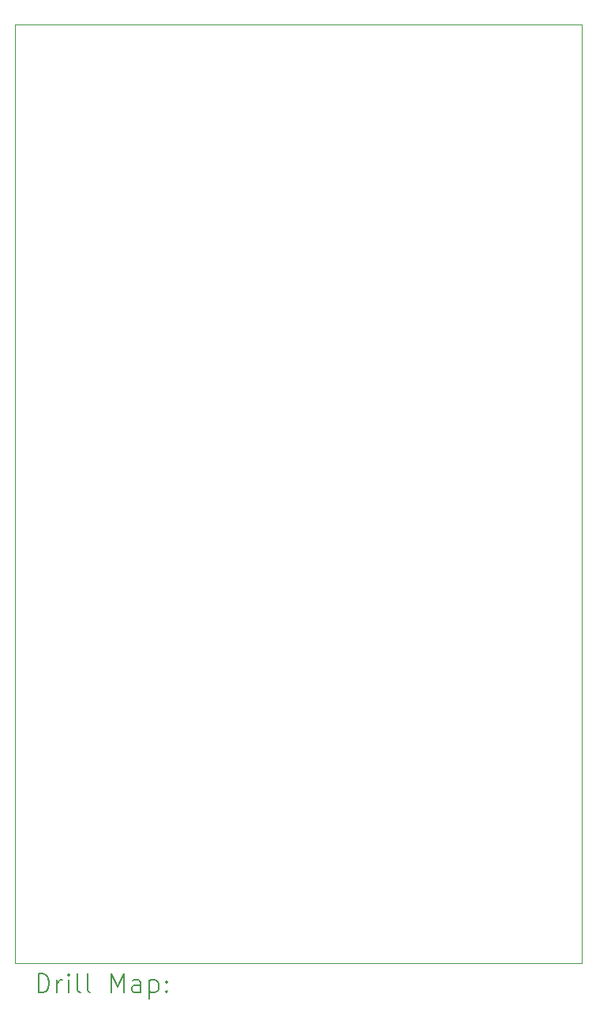
<source format=gbr>
%TF.GenerationSoftware,KiCad,Pcbnew,8.0.7*%
%TF.CreationDate,2024-12-12T07:23:36-07:00*%
%TF.ProjectId,Yule screamer,59756c65-2073-4637-9265-616d65722e6b,rev?*%
%TF.SameCoordinates,Original*%
%TF.FileFunction,Drillmap*%
%TF.FilePolarity,Positive*%
%FSLAX45Y45*%
G04 Gerber Fmt 4.5, Leading zero omitted, Abs format (unit mm)*
G04 Created by KiCad (PCBNEW 8.0.7) date 2024-12-12 07:23:36*
%MOMM*%
%LPD*%
G01*
G04 APERTURE LIST*
%ADD10C,0.100000*%
%ADD11C,0.200000*%
G04 APERTURE END LIST*
D10*
X20404000Y-4425000D02*
X26486000Y-4425000D01*
X26486000Y-14478000D01*
X20404000Y-14478000D01*
X20404000Y-4425000D01*
D11*
X20659777Y-14794484D02*
X20659777Y-14594484D01*
X20659777Y-14594484D02*
X20707396Y-14594484D01*
X20707396Y-14594484D02*
X20735967Y-14604008D01*
X20735967Y-14604008D02*
X20755015Y-14623055D01*
X20755015Y-14623055D02*
X20764539Y-14642103D01*
X20764539Y-14642103D02*
X20774063Y-14680198D01*
X20774063Y-14680198D02*
X20774063Y-14708769D01*
X20774063Y-14708769D02*
X20764539Y-14746865D01*
X20764539Y-14746865D02*
X20755015Y-14765912D01*
X20755015Y-14765912D02*
X20735967Y-14784960D01*
X20735967Y-14784960D02*
X20707396Y-14794484D01*
X20707396Y-14794484D02*
X20659777Y-14794484D01*
X20859777Y-14794484D02*
X20859777Y-14661150D01*
X20859777Y-14699246D02*
X20869301Y-14680198D01*
X20869301Y-14680198D02*
X20878824Y-14670674D01*
X20878824Y-14670674D02*
X20897872Y-14661150D01*
X20897872Y-14661150D02*
X20916920Y-14661150D01*
X20983586Y-14794484D02*
X20983586Y-14661150D01*
X20983586Y-14594484D02*
X20974063Y-14604008D01*
X20974063Y-14604008D02*
X20983586Y-14613531D01*
X20983586Y-14613531D02*
X20993110Y-14604008D01*
X20993110Y-14604008D02*
X20983586Y-14594484D01*
X20983586Y-14594484D02*
X20983586Y-14613531D01*
X21107396Y-14794484D02*
X21088348Y-14784960D01*
X21088348Y-14784960D02*
X21078824Y-14765912D01*
X21078824Y-14765912D02*
X21078824Y-14594484D01*
X21212158Y-14794484D02*
X21193110Y-14784960D01*
X21193110Y-14784960D02*
X21183586Y-14765912D01*
X21183586Y-14765912D02*
X21183586Y-14594484D01*
X21440729Y-14794484D02*
X21440729Y-14594484D01*
X21440729Y-14594484D02*
X21507396Y-14737341D01*
X21507396Y-14737341D02*
X21574063Y-14594484D01*
X21574063Y-14594484D02*
X21574063Y-14794484D01*
X21755015Y-14794484D02*
X21755015Y-14689722D01*
X21755015Y-14689722D02*
X21745491Y-14670674D01*
X21745491Y-14670674D02*
X21726444Y-14661150D01*
X21726444Y-14661150D02*
X21688348Y-14661150D01*
X21688348Y-14661150D02*
X21669301Y-14670674D01*
X21755015Y-14784960D02*
X21735967Y-14794484D01*
X21735967Y-14794484D02*
X21688348Y-14794484D01*
X21688348Y-14794484D02*
X21669301Y-14784960D01*
X21669301Y-14784960D02*
X21659777Y-14765912D01*
X21659777Y-14765912D02*
X21659777Y-14746865D01*
X21659777Y-14746865D02*
X21669301Y-14727817D01*
X21669301Y-14727817D02*
X21688348Y-14718293D01*
X21688348Y-14718293D02*
X21735967Y-14718293D01*
X21735967Y-14718293D02*
X21755015Y-14708769D01*
X21850253Y-14661150D02*
X21850253Y-14861150D01*
X21850253Y-14670674D02*
X21869301Y-14661150D01*
X21869301Y-14661150D02*
X21907396Y-14661150D01*
X21907396Y-14661150D02*
X21926444Y-14670674D01*
X21926444Y-14670674D02*
X21935967Y-14680198D01*
X21935967Y-14680198D02*
X21945491Y-14699246D01*
X21945491Y-14699246D02*
X21945491Y-14756388D01*
X21945491Y-14756388D02*
X21935967Y-14775436D01*
X21935967Y-14775436D02*
X21926444Y-14784960D01*
X21926444Y-14784960D02*
X21907396Y-14794484D01*
X21907396Y-14794484D02*
X21869301Y-14794484D01*
X21869301Y-14794484D02*
X21850253Y-14784960D01*
X22031205Y-14775436D02*
X22040729Y-14784960D01*
X22040729Y-14784960D02*
X22031205Y-14794484D01*
X22031205Y-14794484D02*
X22021682Y-14784960D01*
X22021682Y-14784960D02*
X22031205Y-14775436D01*
X22031205Y-14775436D02*
X22031205Y-14794484D01*
X22031205Y-14670674D02*
X22040729Y-14680198D01*
X22040729Y-14680198D02*
X22031205Y-14689722D01*
X22031205Y-14689722D02*
X22021682Y-14680198D01*
X22021682Y-14680198D02*
X22031205Y-14670674D01*
X22031205Y-14670674D02*
X22031205Y-14689722D01*
M02*

</source>
